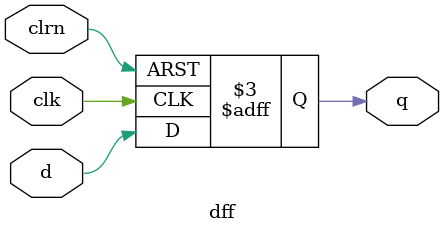
<source format=v>
/************************************************
  The Verilog HDL code example is from the book
  Computer Principles and Design in Verilog HDL
  by Yamin Li, published by A JOHN WILEY & SONS
************************************************/
module dff (d,clk,clrn,q);            // dff with asynchronous reset
    input      d, clk, clrn;          // inputs d, clk, clrn (active low)
    output reg q;                     // output q, register type
    always @ (posedge clk or negedge clrn) begin // always block, "or"
        if (!clrn) q <= 0;            // if clrn is asserted, reset dff
        else       q <= d;            // else store d to dff
    end
endmodule

</source>
